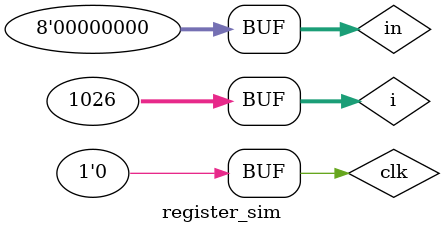
<source format=v>
`timescale 1ns / 1ps


module register_sim(

    );
    
    reg ce;
    reg clk;
    reg [7:0] in;
    wire [7:0] out;
    
    integer i;
    
    register dut(.CE(ce), .CLK(clk), .IN(in), .OUT(out));
    
    always @(posedge clk)
        ce = ~ce;
    
    initial
    begin
        ce = 0;
        clk = 0;
        for (i = 0; i < 1026; i = i + 1)
        begin
            in = i / 4;
            #1 clk = ~clk;
            if (i % 4 == 2)
                //$display (out);
                //$display (i/4);
                if (out != i/4)
                  $display ("Failure at", $time, i/4);
        end
    end
    
endmodule

</source>
